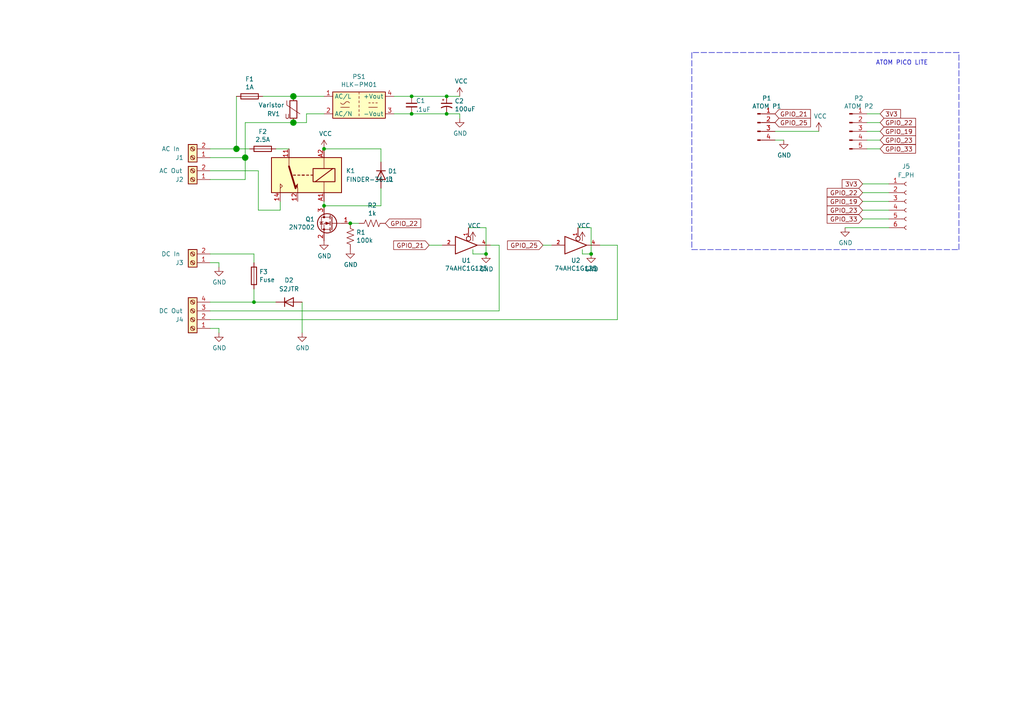
<source format=kicad_sch>
(kicad_sch (version 20210621) (generator eeschema)
  (paper "A4")
  (lib_symbols
    (symbol "74xGxx:74AHC1G125" (pin_names (offset 1.016))
      (property "Reference" "U" (at -2.54 3.81 0))
      (property "Value" "74AHC1G125" (at 0 -3.81 0))
      (symbol "74AHC1G125_0_1"
        (polyline (pts (xy -3.81 2.54) (xy -3.81 -2.54) (xy 2.54 0) (xy -3.81 2.54)) (stroke (width 0.254)))
      )
      (symbol "74AHC1G125_1_1"
        (pin input inverted (at 0 5.08 270) (length 3.81) (name "~") (number "1"))
        (pin input line (at -7.62 0 0) (length 3.81) (name "~") (number "2"))
        (pin power_in line (at 1.27 -1.27 270) (length 0) hide (name "GND") (number "3"))
        (pin tri_state line (at 6.35 0 180) (length 3.81) (name "~") (number "4"))
        (pin power_in line (at 1.27 1.27 90) (length 0) hide (name "VCC") (number "5"))
      )
    )
    (symbol "Connector:Conn_01x04_Male" (pin_names (offset 1.016) hide)
      (property "Reference" "J" (at 0 5.08 0))
      (property "Value" "Conn_01x04_Male" (at 0 -7.62 0))
      (symbol "Conn_01x04_Male_1_1"
        (rectangle (start 0.8636 -4.953) (end 0 -5.207) (stroke (width 0.1524)) (fill (type outline)))
        (rectangle (start 0.8636 -2.413) (end 0 -2.667) (stroke (width 0.1524)) (fill (type outline)))
        (rectangle (start 0.8636 0.127) (end 0 -0.127) (stroke (width 0.1524)) (fill (type outline)))
        (rectangle (start 0.8636 2.667) (end 0 2.413) (stroke (width 0.1524)) (fill (type outline)))
        (polyline (pts (xy 1.27 -5.08) (xy 0.8636 -5.08)) (stroke (width 0.1524)))
        (polyline (pts (xy 1.27 -2.54) (xy 0.8636 -2.54)) (stroke (width 0.1524)))
        (polyline (pts (xy 1.27 0) (xy 0.8636 0)) (stroke (width 0.1524)))
        (polyline (pts (xy 1.27 2.54) (xy 0.8636 2.54)) (stroke (width 0.1524)))
        (pin passive line (at 5.08 2.54 180) (length 3.81) (name "Pin_1") (number "1"))
        (pin passive line (at 5.08 0 180) (length 3.81) (name "Pin_2") (number "2"))
        (pin passive line (at 5.08 -2.54 180) (length 3.81) (name "Pin_3") (number "3"))
        (pin passive line (at 5.08 -5.08 180) (length 3.81) (name "Pin_4") (number "4"))
      )
    )
    (symbol "Connector:Conn_01x05_Male" (pin_names (offset 1.016) hide)
      (property "Reference" "J" (at 0 7.62 0))
      (property "Value" "Conn_01x05_Male" (at 0 -7.62 0))
      (symbol "Conn_01x05_Male_1_1"
        (rectangle (start 0.8636 -4.953) (end 0 -5.207) (stroke (width 0.1524)) (fill (type outline)))
        (rectangle (start 0.8636 -2.413) (end 0 -2.667) (stroke (width 0.1524)) (fill (type outline)))
        (rectangle (start 0.8636 0.127) (end 0 -0.127) (stroke (width 0.1524)) (fill (type outline)))
        (rectangle (start 0.8636 2.667) (end 0 2.413) (stroke (width 0.1524)) (fill (type outline)))
        (rectangle (start 0.8636 5.207) (end 0 4.953) (stroke (width 0.1524)) (fill (type outline)))
        (polyline (pts (xy 1.27 -5.08) (xy 0.8636 -5.08)) (stroke (width 0.1524)))
        (polyline (pts (xy 1.27 -2.54) (xy 0.8636 -2.54)) (stroke (width 0.1524)))
        (polyline (pts (xy 1.27 0) (xy 0.8636 0)) (stroke (width 0.1524)))
        (polyline (pts (xy 1.27 2.54) (xy 0.8636 2.54)) (stroke (width 0.1524)))
        (polyline (pts (xy 1.27 5.08) (xy 0.8636 5.08)) (stroke (width 0.1524)))
        (pin passive line (at 5.08 5.08 180) (length 3.81) (name "Pin_1") (number "1"))
        (pin passive line (at 5.08 2.54 180) (length 3.81) (name "Pin_2") (number "2"))
        (pin passive line (at 5.08 0 180) (length 3.81) (name "Pin_3") (number "3"))
        (pin passive line (at 5.08 -2.54 180) (length 3.81) (name "Pin_4") (number "4"))
        (pin passive line (at 5.08 -5.08 180) (length 3.81) (name "Pin_5") (number "5"))
      )
    )
    (symbol "Connector:Conn_01x06_Female" (pin_names (offset 1.016) hide)
      (property "Reference" "J" (at 0 7.62 0))
      (property "Value" "Conn_01x06_Female" (at 0 -10.16 0))
      (symbol "Conn_01x06_Female_1_1"
        (arc (start 0 -7.112) (end 0 -8.128) (radius (at 0 -7.62) (length 0.508) (angles 90.1 -90.1)) (stroke (width 0.1524)))
        (arc (start 0 -4.572) (end 0 -5.588) (radius (at 0 -5.08) (length 0.508) (angles 90.1 -90.1)) (stroke (width 0.1524)))
        (arc (start 0 -2.032) (end 0 -3.048) (radius (at 0 -2.54) (length 0.508) (angles 90.1 -90.1)) (stroke (width 0.1524)))
        (arc (start 0 0.508) (end 0 -0.508) (radius (at 0 0) (length 0.508) (angles 90.1 -90.1)) (stroke (width 0.1524)))
        (arc (start 0 3.048) (end 0 2.032) (radius (at 0 2.54) (length 0.508) (angles 90.1 -90.1)) (stroke (width 0.1524)))
        (arc (start 0 5.588) (end 0 4.572) (radius (at 0 5.08) (length 0.508) (angles 90.1 -90.1)) (stroke (width 0.1524)))
        (polyline (pts (xy -1.27 -7.62) (xy -0.508 -7.62)) (stroke (width 0.1524)))
        (polyline (pts (xy -1.27 -5.08) (xy -0.508 -5.08)) (stroke (width 0.1524)))
        (polyline (pts (xy -1.27 -2.54) (xy -0.508 -2.54)) (stroke (width 0.1524)))
        (polyline (pts (xy -1.27 0) (xy -0.508 0)) (stroke (width 0.1524)))
        (polyline (pts (xy -1.27 2.54) (xy -0.508 2.54)) (stroke (width 0.1524)))
        (polyline (pts (xy -1.27 5.08) (xy -0.508 5.08)) (stroke (width 0.1524)))
        (pin passive line (at -5.08 5.08 0) (length 3.81) (name "Pin_1") (number "1"))
        (pin passive line (at -5.08 2.54 0) (length 3.81) (name "Pin_2") (number "2"))
        (pin passive line (at -5.08 0 0) (length 3.81) (name "Pin_3") (number "3"))
        (pin passive line (at -5.08 -2.54 0) (length 3.81) (name "Pin_4") (number "4"))
        (pin passive line (at -5.08 -5.08 0) (length 3.81) (name "Pin_5") (number "5"))
        (pin passive line (at -5.08 -7.62 0) (length 3.81) (name "Pin_6") (number "6"))
      )
    )
    (symbol "Connector:Screw_Terminal_01x02" (pin_names (offset 1.016) hide)
      (property "Reference" "J" (at 0 2.54 0))
      (property "Value" "Screw_Terminal_01x02" (at 0 -5.08 0))
      (symbol "Screw_Terminal_01x02_1_1"
        (circle (center 0 -2.54) (radius 0.635) (stroke (width 0.1524)))
        (circle (center 0 0) (radius 0.635) (stroke (width 0.1524)))
        (rectangle (start -1.27 1.27) (end 1.27 -3.81) (stroke (width 0.254)) (fill (type background)))
        (polyline (pts (xy -0.5334 -2.2098) (xy 0.3302 -3.048)) (stroke (width 0.1524)))
        (polyline (pts (xy -0.5334 0.3302) (xy 0.3302 -0.508)) (stroke (width 0.1524)))
        (polyline (pts (xy -0.3556 -2.032) (xy 0.508 -2.8702)) (stroke (width 0.1524)))
        (polyline (pts (xy -0.3556 0.508) (xy 0.508 -0.3302)) (stroke (width 0.1524)))
        (pin passive line (at -5.08 0 0) (length 3.81) (name "Pin_1") (number "1"))
        (pin passive line (at -5.08 -2.54 0) (length 3.81) (name "Pin_2") (number "2"))
      )
    )
    (symbol "Connector:Screw_Terminal_01x04" (pin_names (offset 1.016) hide)
      (property "Reference" "J" (at 0 5.08 0))
      (property "Value" "Screw_Terminal_01x04" (at 0 -7.62 0))
      (symbol "Screw_Terminal_01x04_1_1"
        (circle (center 0 -5.08) (radius 0.635) (stroke (width 0.1524)))
        (circle (center 0 -2.54) (radius 0.635) (stroke (width 0.1524)))
        (circle (center 0 0) (radius 0.635) (stroke (width 0.1524)))
        (circle (center 0 2.54) (radius 0.635) (stroke (width 0.1524)))
        (rectangle (start -1.27 3.81) (end 1.27 -6.35) (stroke (width 0.254)) (fill (type background)))
        (polyline (pts (xy -0.5334 -4.7498) (xy 0.3302 -5.588)) (stroke (width 0.1524)))
        (polyline (pts (xy -0.5334 -2.2098) (xy 0.3302 -3.048)) (stroke (width 0.1524)))
        (polyline (pts (xy -0.5334 0.3302) (xy 0.3302 -0.508)) (stroke (width 0.1524)))
        (polyline (pts (xy -0.5334 2.8702) (xy 0.3302 2.032)) (stroke (width 0.1524)))
        (polyline (pts (xy -0.3556 -4.572) (xy 0.508 -5.4102)) (stroke (width 0.1524)))
        (polyline (pts (xy -0.3556 -2.032) (xy 0.508 -2.8702)) (stroke (width 0.1524)))
        (polyline (pts (xy -0.3556 0.508) (xy 0.508 -0.3302)) (stroke (width 0.1524)))
        (polyline (pts (xy -0.3556 3.048) (xy 0.508 2.2098)) (stroke (width 0.1524)))
        (pin passive line (at -5.08 2.54 0) (length 3.81) (name "Pin_1") (number "1"))
        (pin passive line (at -5.08 0 0) (length 3.81) (name "Pin_2") (number "2"))
        (pin passive line (at -5.08 -2.54 0) (length 3.81) (name "Pin_3") (number "3"))
        (pin passive line (at -5.08 -5.08 0) (length 3.81) (name "Pin_4") (number "4"))
      )
    )
    (symbol "Device:C_Small" (pin_numbers hide) (pin_names (offset 0.254) hide)
      (property "Reference" "C" (at 0.254 1.778 0))
      (property "Value" "C_Small" (at 0.254 -2.032 0))
      (symbol "C_Small_0_1"
        (polyline (pts (xy -1.524 -0.508) (xy 1.524 -0.508)) (stroke (width 0.3302)))
        (polyline (pts (xy -1.524 0.508) (xy 1.524 0.508)) (stroke (width 0.3048)))
      )
      (symbol "C_Small_1_1"
        (pin passive line (at 0 2.54 270) (length 2.032) (name "~") (number "1"))
        (pin passive line (at 0 -2.54 90) (length 2.032) (name "~") (number "2"))
      )
    )
    (symbol "Device:D" (pin_numbers hide) (pin_names (offset 1.016) hide)
      (property "Reference" "D" (at 0 2.54 0))
      (property "Value" "D" (at 0 -2.54 0))
      (symbol "D_0_1"
        (polyline (pts (xy -1.27 1.27) (xy -1.27 -1.27)) (stroke (width 0.254)))
        (polyline (pts (xy 1.27 0) (xy -1.27 0)))
        (polyline (pts (xy 1.27 1.27) (xy 1.27 -1.27) (xy -1.27 0) (xy 1.27 1.27)) (stroke (width 0.254)))
      )
      (symbol "D_1_1"
        (pin passive line (at -3.81 0 0) (length 2.54) (name "K") (number "1"))
        (pin passive line (at 3.81 0 180) (length 2.54) (name "A") (number "2"))
      )
    )
    (symbol "Device:Fuse" (pin_numbers hide) (pin_names (offset 0))
      (property "Reference" "F" (at 2.032 0 90))
      (property "Value" "Fuse" (at -1.905 0 90))
      (symbol "Fuse_0_1"
        (rectangle (start -0.762 -2.54) (end 0.762 2.54) (stroke (width 0.254)))
        (polyline (pts (xy 0 2.54) (xy 0 -2.54)))
      )
      (symbol "Fuse_1_1"
        (pin passive line (at 0 3.81 270) (length 1.27) (name "~") (number "1"))
        (pin passive line (at 0 -3.81 90) (length 1.27) (name "~") (number "2"))
      )
    )
    (symbol "Device:R_US" (pin_numbers hide) (pin_names (offset 0))
      (property "Reference" "R" (at 2.54 0 90))
      (property "Value" "R_US" (at -2.54 0 90))
      (symbol "R_US_0_1"
        (polyline (pts (xy 0 -2.286) (xy 0 -2.54)))
        (polyline (pts (xy 0 2.286) (xy 0 2.54)))
        (polyline (pts (xy 0 -0.762) (xy 1.016 -1.143) (xy 0 -1.524) (xy -1.016 -1.905) (xy 0 -2.286)))
        (polyline (pts (xy 0 0.762) (xy 1.016 0.381) (xy 0 0) (xy -1.016 -0.381) (xy 0 -0.762)))
        (polyline (pts (xy 0 2.286) (xy 1.016 1.905) (xy 0 1.524) (xy -1.016 1.143) (xy 0 0.762)))
      )
      (symbol "R_US_1_1"
        (pin passive line (at 0 3.81 270) (length 1.27) (name "~") (number "1"))
        (pin passive line (at 0 -3.81 90) (length 1.27) (name "~") (number "2"))
      )
    )
    (symbol "Device:Varistor" (pin_numbers hide) (pin_names (offset 0))
      (property "Reference" "RV" (at 3.175 0 90))
      (property "Value" "Varistor" (at -3.175 0 90))
      (symbol "Varistor_0_0"
        (text "U" (at -1.778 -2.032 0) (effects (font (size 1.27 1.27))))
      )
      (symbol "Varistor_0_1"
        (rectangle (start -1.016 -2.54) (end 1.016 2.54) (stroke (width 0.254)))
        (polyline (pts (xy -1.905 2.54) (xy -1.905 1.27) (xy 1.905 -1.27)))
      )
      (symbol "Varistor_1_1"
        (pin passive line (at 0 3.81 270) (length 1.27) (name "~") (number "1"))
        (pin passive line (at 0 -3.81 90) (length 1.27) (name "~") (number "2"))
      )
    )
    (symbol "Diode:S2JTR" (pin_numbers hide) (pin_names (offset 1.016) hide)
      (property "Reference" "D" (at 0 2.54 0))
      (property "Value" "S2JTR" (at 0 -2.54 0))
      (symbol "S2JTR_0_1"
        (polyline (pts (xy -1.27 1.27) (xy -1.27 -1.27)) (stroke (width 0.254)))
        (polyline (pts (xy 1.27 0) (xy -1.27 0)))
        (polyline (pts (xy 1.27 1.27) (xy 1.27 -1.27) (xy -1.27 0) (xy 1.27 1.27)) (stroke (width 0.254)))
      )
      (symbol "S2JTR_1_1"
        (pin passive line (at -3.81 0 0) (length 2.54) (name "K") (number "1"))
        (pin passive line (at 3.81 0 180) (length 2.54) (name "A") (number "2"))
      )
    )
    (symbol "LED_Pro-rescue:CP1_Small-Device" (pin_numbers hide) (pin_names (offset 0.254) hide)
      (property "Reference" "C" (at 0.254 1.778 0))
      (property "Value" "CP1_Small-Device" (at 0.254 -2.032 0))
      (symbol "CP1_Small-Device_0_1"
        (arc (start -1.524 -0.762) (end 1.524 -0.762) (radius (at 0 -3.556) (length 3.175) (angles 118.6 61.4)) (stroke (width 0.3048)))
        (polyline (pts (xy -1.524 0.508) (xy 1.524 0.508)) (stroke (width 0.3048)))
        (polyline (pts (xy -1.27 1.524) (xy -0.762 1.524)))
        (polyline (pts (xy -1.016 1.27) (xy -1.016 1.778)))
      )
      (symbol "CP1_Small-Device_1_1"
        (pin passive line (at 0 2.54 270) (length 2.032) (name "~") (number "1"))
        (pin passive line (at 0 -2.54 90) (length 2.032) (name "~") (number "2"))
      )
    )
    (symbol "LED_Pro-rescue:HLK-PM01-Converter_ACDC2"
      (property "Reference" "PS" (at 0 5.08 0))
      (property "Value" "HLK-PM01-Converter_ACDC2" (at 0 -5.08 0))
      (symbol "HLK-PM01-Converter_ACDC2_0_1"
        (arc (start -5.334 0.635) (end -4.064 0.635) (radius (at -4.699 0.9652) (length 0.7112) (angles -152.5 -27.5)))
        (arc (start -2.794 0.635) (end -4.064 0.635) (radius (at -3.429 0.2794) (length 0.7366) (angles 29.2 150.8)))
        (rectangle (start -7.62 3.81) (end 7.62 -3.81) (stroke (width 0.254)) (fill (type background)))
        (polyline (pts (xy -5.334 -0.635) (xy -2.794 -0.635)))
        (polyline (pts (xy 0 -2.54) (xy 0 -3.175)))
        (polyline (pts (xy 0 -1.27) (xy 0 -1.905)))
        (polyline (pts (xy 0 0) (xy 0 -0.635)))
        (polyline (pts (xy 0 1.27) (xy 0 0.635)))
        (polyline (pts (xy 0 2.54) (xy 0 1.905)))
        (polyline (pts (xy 0 3.81) (xy 0 3.175)))
        (polyline (pts (xy 2.794 -0.635) (xy 5.334 -0.635)))
        (polyline (pts (xy 2.794 0.635) (xy 3.302 0.635)))
        (polyline (pts (xy 3.81 0.635) (xy 4.318 0.635)))
        (polyline (pts (xy 4.826 0.635) (xy 5.334 0.635)))
      )
      (symbol "HLK-PM01-Converter_ACDC2_1_1"
        (pin power_in line (at -10.16 2.54 0) (length 2.54) (name "AC/L") (number "1"))
        (pin power_in line (at -10.16 -2.54 0) (length 2.54) (name "AC/N") (number "2"))
        (pin power_out line (at 10.16 -2.54 180) (length 2.54) (name "-Vout") (number "3"))
        (pin power_out line (at 10.16 2.54 180) (length 2.54) (name "+Vout") (number "4"))
      )
    )
    (symbol "Relay:FINDER-36.11"
      (property "Reference" "K" (at 11.43 3.81 0))
      (property "Value" "FINDER-36.11" (at 11.43 1.27 0))
      (symbol "FINDER-36.11_0_0"
        (polyline (pts (xy 2.54 3.81) (xy 2.54 5.08)))
        (polyline (pts (xy 7.62 3.81) (xy 7.62 5.08)))
        (polyline (pts (xy 7.62 3.81) (xy 7.62 2.54) (xy 6.985 3.175) (xy 7.62 3.81)))
      )
      (symbol "FINDER-36.11_0_1"
        (rectangle (start -8.255 1.905) (end -1.905 -1.905) (stroke (width 0.254)))
        (rectangle (start -10.16 5.08) (end 10.16 -5.08) (stroke (width 0.254)) (fill (type background)))
        (polyline (pts (xy -7.62 -1.905) (xy -2.54 1.905)) (stroke (width 0.254)))
        (polyline (pts (xy -5.08 -5.08) (xy -5.08 -1.905)))
        (polyline (pts (xy -5.08 5.08) (xy -5.08 1.905)))
        (polyline (pts (xy -1.905 0) (xy -1.27 0)) (stroke (width 0.254)))
        (polyline (pts (xy -0.635 0) (xy 0 0)) (stroke (width 0.254)))
        (polyline (pts (xy 0.635 0) (xy 1.27 0)) (stroke (width 0.254)))
        (polyline (pts (xy 0.635 0) (xy 1.27 0)) (stroke (width 0.254)))
        (polyline (pts (xy 1.905 0) (xy 2.54 0)) (stroke (width 0.254)))
        (polyline (pts (xy 3.175 0) (xy 3.81 0)) (stroke (width 0.254)))
        (polyline (pts (xy 5.08 -2.54) (xy 3.175 3.81)) (stroke (width 0.508)))
        (polyline (pts (xy 5.08 -2.54) (xy 5.08 -5.08)))
        (polyline (pts (xy 2.54 2.54) (xy 3.175 3.175) (xy 2.54 3.81)) (fill (type outline)))
      )
      (symbol "FINDER-36.11_1_1"
        (pin passive line (at 5.08 -7.62 90) (length 2.54) (name "~") (number "11"))
        (pin passive line (at 2.54 7.62 270) (length 2.54) (name "~") (number "12"))
        (pin passive line (at 7.62 7.62 270) (length 2.54) (name "~") (number "14"))
        (pin passive line (at -5.08 7.62 270) (length 2.54) (name "~") (number "A1"))
        (pin passive line (at -5.08 -7.62 90) (length 2.54) (name "~") (number "A2"))
      )
    )
    (symbol "Transistor_FET:2N7002" (pin_names hide)
      (property "Reference" "Q" (at 5.08 1.905 0))
      (property "Value" "2N7002" (at 5.08 0 0))
      (symbol "2N7002_0_1"
        (circle (center 1.651 0) (radius 2.794) (stroke (width 0.254)))
        (circle (center 2.54 -1.778) (radius 0.254) (fill (type outline)))
        (circle (center 2.54 1.778) (radius 0.254) (fill (type outline)))
        (polyline (pts (xy 0.254 0) (xy -2.54 0)))
        (polyline (pts (xy 0.254 1.905) (xy 0.254 -1.905)) (stroke (width 0.254)))
        (polyline (pts (xy 0.762 -1.27) (xy 0.762 -2.286)) (stroke (width 0.254)))
        (polyline (pts (xy 0.762 0.508) (xy 0.762 -0.508)) (stroke (width 0.254)))
        (polyline (pts (xy 0.762 2.286) (xy 0.762 1.27)) (stroke (width 0.254)))
        (polyline (pts (xy 2.54 2.54) (xy 2.54 1.778)))
        (polyline (pts (xy 2.54 -2.54) (xy 2.54 0) (xy 0.762 0)))
        (polyline (pts (xy 0.762 -1.778) (xy 3.302 -1.778) (xy 3.302 1.778) (xy 0.762 1.778)))
        (polyline (pts (xy 2.794 0.508) (xy 2.921 0.381) (xy 3.683 0.381) (xy 3.81 0.254)))
        (polyline (pts (xy 3.302 0.381) (xy 2.921 -0.254) (xy 3.683 -0.254) (xy 3.302 0.381)))
        (polyline (pts (xy 1.016 0) (xy 2.032 0.381) (xy 2.032 -0.381) (xy 1.016 0)) (fill (type outline)))
      )
      (symbol "2N7002_1_1"
        (pin input line (at -5.08 0 0) (length 2.54) (name "G") (number "1"))
        (pin passive line (at 2.54 -5.08 90) (length 2.54) (name "S") (number "2"))
        (pin passive line (at 2.54 5.08 270) (length 2.54) (name "D") (number "3"))
      )
    )
    (symbol "power:GND" (power) (pin_names (offset 0))
      (property "Value" "GND" (at 0 -3.81 0))
      (symbol "GND_0_1"
        (polyline (pts (xy 0 0) (xy 0 -1.27) (xy 1.27 -1.27) (xy 0 -2.54) (xy -1.27 -1.27) (xy 0 -1.27)))
      )
      (symbol "GND_1_1"
        (pin power_in line (at 0 0 270) (length 0) hide (name "GND") (number "1"))
      )
    )
    (symbol "power:VCC" (power) (pin_names (offset 0))
      (property "Value" "VCC" (at 0 3.81 0))
      (symbol "VCC_0_1"
        (polyline (pts (xy -0.762 1.27) (xy 0 2.54)))
        (polyline (pts (xy 0 0) (xy 0 2.54)))
        (polyline (pts (xy 0 2.54) (xy 0.762 1.27)))
      )
      (symbol "VCC_1_1"
        (pin power_in line (at 0 0 90) (length 0) hide (name "VCC") (number "1"))
      )
    )
  )
  (junction (at 68.58 43.18) (diameter 1.7))
  (junction (at 71.12 45.72) (diameter 1.7))
  (junction (at 73.66 87.63) (diameter 0.9144))
  (junction (at 85.09 27.94) (diameter 1.7))
  (junction (at 85.09 35.56) (diameter 1.7))
  (junction (at 93.98 43.18) (diameter 0.9144))
  (junction (at 93.98 59.69) (diameter 0.9144))
  (junction (at 101.6 64.77) (diameter 0.9144))
  (junction (at 119.38 27.94) (diameter 0.9144))
  (junction (at 119.38 33.02) (diameter 0.9144))
  (junction (at 129.54 27.94) (diameter 0.9144))
  (junction (at 129.54 33.02) (diameter 0.9144))
  (junction (at 140.97 73.66) (diameter 0.9144))
  (junction (at 171.45 73.66) (diameter 0.9144))
  (wire (pts (xy 60.96 43.18) (xy 68.58 43.18)))
  (wire (pts (xy 60.96 45.72) (xy 71.12 45.72)))
  (wire (pts (xy 60.96 73.66) (xy 73.66 73.66)))
  (wire (pts (xy 60.96 76.2) (xy 63.5 76.2)))
  (wire (pts (xy 60.96 90.17) (xy 144.78 90.17)))
  (wire (pts (xy 60.96 92.71) (xy 179.07 92.71)))
  (wire (pts (xy 60.96 95.25) (xy 63.5 95.25)))
  (wire (pts (xy 63.5 76.2) (xy 63.5 77.47)))
  (wire (pts (xy 63.5 95.25) (xy 63.5 96.52)))
  (wire (pts (xy 68.58 27.94) (xy 68.58 43.18)))
  (wire (pts (xy 68.58 43.18) (xy 72.39 43.18)))
  (wire (pts (xy 71.12 35.56) (xy 85.09 35.56)))
  (wire (pts (xy 71.12 45.72) (xy 71.12 35.56)))
  (wire (pts (xy 71.12 45.72) (xy 71.12 52.07)))
  (wire (pts (xy 71.12 52.07) (xy 60.96 52.07)))
  (wire (pts (xy 73.66 73.66) (xy 73.66 76.2)))
  (wire (pts (xy 73.66 83.82) (xy 73.66 87.63)))
  (wire (pts (xy 73.66 87.63) (xy 60.96 87.63)))
  (wire (pts (xy 73.66 87.63) (xy 80.01 87.63)))
  (wire (pts (xy 74.93 49.53) (xy 60.96 49.53)))
  (wire (pts (xy 74.93 49.53) (xy 74.93 60.96)))
  (wire (pts (xy 74.93 60.96) (xy 81.28 60.96)))
  (wire (pts (xy 76.2 27.94) (xy 85.09 27.94)))
  (wire (pts (xy 80.01 43.18) (xy 83.82 43.18)))
  (wire (pts (xy 81.28 58.42) (xy 81.28 60.96)))
  (wire (pts (xy 85.09 27.94) (xy 93.98 27.94)))
  (wire (pts (xy 85.09 35.56) (xy 88.9 35.56)))
  (wire (pts (xy 87.63 87.63) (xy 87.63 96.52)))
  (wire (pts (xy 88.9 33.02) (xy 93.98 33.02)))
  (wire (pts (xy 88.9 35.56) (xy 88.9 33.02)))
  (wire (pts (xy 93.98 43.18) (xy 110.49 43.18)))
  (wire (pts (xy 93.98 58.42) (xy 93.98 59.69)))
  (wire (pts (xy 101.6 64.77) (xy 104.14 64.77)))
  (wire (pts (xy 110.49 46.99) (xy 110.49 43.18)))
  (wire (pts (xy 110.49 54.61) (xy 110.49 59.69)))
  (wire (pts (xy 110.49 59.69) (xy 93.98 59.69)))
  (wire (pts (xy 114.3 27.94) (xy 119.38 27.94)))
  (wire (pts (xy 114.3 33.02) (xy 119.38 33.02)))
  (wire (pts (xy 119.38 27.94) (xy 129.54 27.94)))
  (wire (pts (xy 119.38 33.02) (xy 129.54 33.02)))
  (wire (pts (xy 124.46 71.12) (xy 128.27 71.12)))
  (wire (pts (xy 129.54 27.94) (xy 133.35 27.94)))
  (wire (pts (xy 129.54 33.02) (xy 133.35 33.02)))
  (wire (pts (xy 133.35 33.02) (xy 133.35 34.29)))
  (wire (pts (xy 135.89 66.04) (xy 140.97 66.04)))
  (wire (pts (xy 137.16 72.39) (xy 137.16 73.66)))
  (wire (pts (xy 137.16 73.66) (xy 140.97 73.66)))
  (wire (pts (xy 140.97 66.04) (xy 140.97 73.66)))
  (wire (pts (xy 142.24 71.12) (xy 144.78 71.12)))
  (wire (pts (xy 144.78 71.12) (xy 144.78 90.17)))
  (wire (pts (xy 157.48 71.12) (xy 160.02 71.12)))
  (wire (pts (xy 167.64 66.04) (xy 171.45 66.04)))
  (wire (pts (xy 168.91 72.39) (xy 168.91 73.66)))
  (wire (pts (xy 168.91 73.66) (xy 171.45 73.66)))
  (wire (pts (xy 171.45 66.04) (xy 171.45 73.66)))
  (wire (pts (xy 173.99 71.12) (xy 179.07 71.12)))
  (wire (pts (xy 179.07 71.12) (xy 179.07 92.71)))
  (wire (pts (xy 224.79 38.1) (xy 237.49 38.1)))
  (wire (pts (xy 224.79 40.64) (xy 227.33 40.64)))
  (wire (pts (xy 245.11 66.04) (xy 257.81 66.04)))
  (wire (pts (xy 250.19 53.34) (xy 257.81 53.34)))
  (wire (pts (xy 250.19 55.88) (xy 257.81 55.88)))
  (wire (pts (xy 250.19 58.42) (xy 257.81 58.42)))
  (wire (pts (xy 250.19 60.96) (xy 257.81 60.96)))
  (wire (pts (xy 250.19 63.5) (xy 257.81 63.5)))
  (wire (pts (xy 251.46 33.02) (xy 255.27 33.02)))
  (wire (pts (xy 251.46 35.56) (xy 255.27 35.56)))
  (wire (pts (xy 251.46 38.1) (xy 255.27 38.1)))
  (wire (pts (xy 251.46 40.64) (xy 255.27 40.64)))
  (wire (pts (xy 251.46 43.18) (xy 255.27 43.18)))
  (polyline (pts (xy 200.66 15.24) (xy 200.66 72.39)) (stroke (width 0) (type dash)))
  (polyline (pts (xy 200.66 72.39) (xy 278.13 72.39)) (stroke (width 0) (type dash)))
  (polyline (pts (xy 278.13 15.24) (xy 200.66 15.24)) (stroke (width 0) (type dash)))
  (polyline (pts (xy 278.13 72.39) (xy 278.13 15.24)) (stroke (width 0) (type dash)))
  (text "ATOM PICO LITE" (at 254 19.05 0) (effects (font (size 1.27 1.27)) (justify left bottom)))
  (global_label "GPIO_22" (shape input) (at 111.76 64.77 0) (property "Intersheet References" "${INTERSHEET_REFS}" (effects hide)))
  (global_label "GPIO_21" (shape input) (at 124.46 71.12 180) (property "Intersheet References" "${INTERSHEET_REFS}" (effects hide)))
  (global_label "GPIO_25" (shape input) (at 157.48 71.12 180) (property "Intersheet References" "${INTERSHEET_REFS}" (effects hide)))
  (global_label "GPIO_21" (shape input) (at 224.79 33.02 0) (property "Intersheet References" "${INTERSHEET_REFS}" (effects hide)))
  (global_label "GPIO_25" (shape input) (at 224.79 35.56 0) (property "Intersheet References" "${INTERSHEET_REFS}" (effects hide)))
  (global_label "3V3" (shape input) (at 250.19 53.34 180) (property "Intersheet References" "${INTERSHEET_REFS}" (effects hide)))
  (global_label "GPIO_22" (shape input) (at 250.19 55.88 180) (property "Intersheet References" "${INTERSHEET_REFS}" (effects hide)))
  (global_label "GPIO_19" (shape input) (at 250.19 58.42 180) (property "Intersheet References" "${INTERSHEET_REFS}" (effects hide)))
  (global_label "GPIO_23" (shape input) (at 250.19 60.96 180) (property "Intersheet References" "${INTERSHEET_REFS}" (effects hide)))
  (global_label "GPIO_33" (shape input) (at 250.19 63.5 180) (property "Intersheet References" "${INTERSHEET_REFS}" (effects hide)))
  (global_label "3V3" (shape input) (at 255.27 33.02 0) (property "Intersheet References" "${INTERSHEET_REFS}" (effects hide)))
  (global_label "GPIO_22" (shape input) (at 255.27 35.56 0) (property "Intersheet References" "${INTERSHEET_REFS}" (effects hide)))
  (global_label "GPIO_19" (shape input) (at 255.27 38.1 0) (property "Intersheet References" "${INTERSHEET_REFS}" (effects hide)))
  (global_label "GPIO_23" (shape input) (at 255.27 40.64 0) (property "Intersheet References" "${INTERSHEET_REFS}" (effects hide)))
  (global_label "GPIO_33" (shape input) (at 255.27 43.18 0) (property "Intersheet References" "${INTERSHEET_REFS}" (effects hide)))
  (symbol (lib_id "power:VCC") (at 93.98 43.18 0) (unit 1)
    (property "Reference" "#PWR0104" (effects hide))
    (property "Value" "VCC" (at 94.4118 38.7858 0))
  )
  (symbol (lib_id "power:VCC") (at 133.35 27.94 0) (unit 1)
    (property "Reference" "#PWR0105" (effects hide))
    (property "Value" "VCC" (at 133.7818 23.5458 0))
  )
  (symbol (lib_id "power:VCC") (at 137.16 69.85 0) (unit 1)
    (property "Reference" "#PWR0109" (effects hide))
    (property "Value" "VCC" (at 137.5918 65.4558 0))
  )
  (symbol (lib_id "power:VCC") (at 168.91 69.85 0) (unit 1)
    (property "Reference" "#PWR0108" (effects hide))
    (property "Value" "VCC" (at 169.3418 65.4558 0))
  )
  (symbol (lib_id "power:VCC") (at 237.49 38.1 0) (unit 1)
    (property "Reference" "#PWR0110" (effects hide))
    (property "Value" "VCC" (at 237.9218 33.7058 0))
  )
  (symbol (lib_id "power:GND") (at 63.5 77.47 0) (unit 1)
    (property "Reference" "#PWR0102" (effects hide))
    (property "Value" "GND" (at 63.627 81.8642 0))
  )
  (symbol (lib_id "power:GND") (at 63.5 96.52 0) (unit 1)
    (property "Reference" "#PWR0103" (effects hide))
    (property "Value" "GND" (at 63.627 100.9142 0))
  )
  (symbol (lib_id "power:GND") (at 87.63 96.52 0) (unit 1)
    (property "Reference" "#PWR0115" (effects hide))
    (property "Value" "GND" (at 87.757 100.9142 0))
  )
  (symbol (lib_id "power:GND") (at 93.98 69.85 0) (unit 1)
    (property "Reference" "#PWR0112" (effects hide))
    (property "Value" "GND" (at 94.107 74.2442 0))
  )
  (symbol (lib_id "power:GND") (at 101.6 72.39 0) (unit 1)
    (property "Reference" "#PWR0113" (effects hide))
    (property "Value" "GND" (at 101.727 76.7842 0))
  )
  (symbol (lib_id "power:GND") (at 133.35 34.29 0) (unit 1)
    (property "Reference" "#PWR0101" (effects hide))
    (property "Value" "GND" (at 133.477 38.6842 0))
  )
  (symbol (lib_id "power:GND") (at 140.97 73.66 0) (unit 1)
    (property "Reference" "#PWR0106" (effects hide))
    (property "Value" "GND" (at 141.097 78.0542 0))
  )
  (symbol (lib_id "power:GND") (at 171.45 73.66 0) (unit 1)
    (property "Reference" "#PWR0107" (effects hide))
    (property "Value" "GND" (at 171.577 78.0542 0))
  )
  (symbol (lib_id "power:GND") (at 227.33 40.64 0) (unit 1)
    (property "Reference" "#PWR0111" (effects hide))
    (property "Value" "GND" (at 227.457 45.0342 0))
  )
  (symbol (lib_id "power:GND") (at 245.11 66.04 0) (unit 1)
    (property "Reference" "#PWR0114" (effects hide))
    (property "Value" "GND" (at 245.237 70.4342 0))
  )
  (symbol (lib_id "Device:Fuse") (at 72.39 27.94 270) (unit 1)
    (property "Reference" "F1" (at 72.39 22.9362 90))
    (property "Value" "1A" (at 72.39 25.2476 90))
    (property "Footprint" "Fuses:RST 1-BULK" (effects hide))
  )
  (symbol (lib_id "Device:Fuse") (at 73.66 80.01 180) (unit 1)
    (property "Reference" "F3" (at 75.184 78.8416 0) (effects (justify right)))
    (property "Value" "Fuse" (at 75.184 81.153 0) (effects (justify right)))
    (property "Footprint" "Fuse:Fuseholder_Blade_Mini_Keystone_3568" (effects hide))
  )
  (symbol (lib_id "Device:Fuse") (at 76.2 43.18 270) (unit 1)
    (property "Reference" "F2" (at 76.2 38.1762 90))
    (property "Value" "2.5A" (at 76.2 40.4876 90))
    (property "Footprint" "Fuses:RST 1-BULK" (effects hide))
  )
  (symbol (lib_id "Device:R_US") (at 101.6 68.58 0) (unit 1)
    (property "Reference" "R1" (at 103.3272 67.4116 0) (effects (justify left)))
    (property "Value" "100k" (at 103.3272 69.723 0) (effects (justify left)))
    (property "Footprint" "Resistor_SMD:R_0805_2012Metric" (effects hide))
  )
  (symbol (lib_id "Device:R_US") (at 107.95 64.77 270) (unit 1)
    (property "Reference" "R2" (at 107.95 59.563 90))
    (property "Value" "1k" (at 107.95 61.8744 90))
    (property "Footprint" "Resistor_SMD:R_0805_2012Metric" (effects hide))
  )
  (symbol (lib_id "LED_Pro-rescue:CP1_Small-Device") (at 129.54 30.48 0) (unit 1)
    (property "Reference" "C2" (at 131.8514 29.3116 0) (effects (justify left)))
    (property "Value" "100uF" (at 131.8514 31.623 0) (effects (justify left)))
    (property "Footprint" "Capacitor_SMD:C_1206_3216Metric" (effects hide))
  )
  (symbol (lib_id "Device:C_Small") (at 119.38 30.48 0) (unit 1)
    (property "Reference" "C1" (at 120.65 29.21 0) (effects (justify left)))
    (property "Value" ".1uF" (at 120.65 31.75 0) (effects (justify left)))
    (property "Footprint" "Capacitor_SMD:C_0805_2012Metric" (effects hide))
  )
  (symbol (lib_id "Diode:S2JTR") (at 83.82 87.63 0) (unit 1)
    (property "Reference" "D2" (at 83.82 81.28 0))
    (property "Value" "S2JTR" (at 83.82 83.82 0))
    (property "Footprint" "Diode_SMD:D_SMB" (effects hide))
    (property "Datasheet" "http://www.smc-diodes.com/propdf/S2A-S2M%20N0562%20REV.A.pdf" (effects hide))
  )
  (symbol (lib_id "Device:D") (at 110.49 50.8 270) (unit 1)
    (property "Reference" "D1" (at 112.4966 49.6316 90) (effects (justify left)))
    (property "Value" "D" (at 112.4966 51.943 90) (effects (justify left)))
    (property "Footprint" "Diode_SMD:D_0805_2012Metric" (effects hide))
  )
  (symbol (lib_id "Connector:Screw_Terminal_01x02") (at 55.88 45.72 180) (unit 1)
    (property "Reference" "J1" (at 52.07 45.72 0))
    (property "Value" "AC In" (at 49.53 43.18 0))
    (property "Footprint" "TerminalBlock_Phoenix:TerminalBlock_Phoenix_PT-1,5-2-5.0-H_1x02_P5.00mm_Horizontal" (effects hide))
  )
  (symbol (lib_id "Connector:Screw_Terminal_01x02") (at 55.88 52.07 180) (unit 1)
    (property "Reference" "J2" (at 52.07 52.07 0))
    (property "Value" "AC Out" (at 49.53 49.53 0))
    (property "Footprint" "TerminalBlock_Phoenix:TerminalBlock_Phoenix_PT-1,5-2-5.0-H_1x02_P5.00mm_Horizontal" (effects hide))
  )
  (symbol (lib_id "Connector:Screw_Terminal_01x02") (at 55.88 76.2 180) (unit 1)
    (property "Reference" "J3" (at 52.07 76.2 0))
    (property "Value" "DC In" (at 49.53 73.66 0))
    (property "Footprint" "TerminalBlock_Phoenix:TerminalBlock_Phoenix_PT-1,5-2-5.0-H_1x02_P5.00mm_Horizontal" (effects hide))
  )
  (symbol (lib_id "Device:Varistor") (at 85.09 31.75 0) (unit 1)
    (property "Reference" "RV1" (at 77.47 33.02 0) (effects (justify left)))
    (property "Value" "Varistor" (at 74.93 30.48 0) (effects (justify left)))
    (property "Footprint" "Varistor:RV_Disc_D9mm_W3.4mm_P5mm" (effects hide))
  )
  (symbol (lib_id "Connector:Conn_01x04_Male") (at 219.71 35.56 0) (unit 1)
    (property "Reference" "P1" (at 222.4024 28.4988 0))
    (property "Value" "ATOM P1" (at 222.4024 30.8102 0))
    (property "Footprint" "Connector_PinHeader_2.54mm:PinHeader_1x04_P2.54mm_Vertical" (effects hide))
  )
  (symbol (lib_id "Connector:Conn_01x05_Male") (at 246.38 38.1 0) (unit 1)
    (property "Reference" "P2" (at 249.0724 28.4988 0))
    (property "Value" "ATOM P2" (at 249.0724 30.8102 0))
    (property "Footprint" "Connector_PinHeader_2.54mm:PinHeader_1x05_P2.54mm_Vertical" (effects hide))
  )
  (symbol (lib_id "Connector:Screw_Terminal_01x04") (at 55.88 92.71 180) (unit 1)
    (property "Reference" "J4" (at 52.07 92.71 0))
    (property "Value" "DC Out" (at 49.53 90.17 0))
    (property "Footprint" "TerminalBlock_Phoenix:TerminalBlock_Phoenix_PT-1,5-4-5.0-H_1x04_P5.00mm_Horizontal" (effects hide))
  )
  (symbol (lib_id "Connector:Conn_01x06_Female") (at 262.89 58.42 0) (unit 1)
    (property "Reference" "J5" (at 261.62 48.26 0) (effects (justify left)))
    (property "Value" "F_PH" (at 260.35 50.8 0) (effects (justify left)))
    (property "Footprint" "Connector_PinSocket_2.54mm:PinSocket_1x06_P2.54mm_Vertical" (effects hide))
  )
  (symbol (lib_id "Transistor_FET:2N7002") (at 96.52 64.77 0) (mirror y) (unit 1)
    (property "Reference" "Q1" (at 91.313 63.6016 0) (effects (justify left)))
    (property "Value" "2N7002" (at 91.313 65.913 0) (effects (justify left)))
    (property "Footprint" "Package_TO_SOT_SMD:SOT-23" (effects hide))
    (property "Datasheet" "https://www.fairchildsemi.com/datasheets/2N/2N7002.pdf" (effects hide))
  )
  (symbol (lib_id "74xGxx:74AHC1G125") (at 135.89 71.12 0) (unit 1)
    (property "Reference" "U1" (at 135.255 75.5396 0))
    (property "Value" "74AHC1G125" (at 135.255 77.851 0))
    (property "Footprint" "Package_TO_SOT_SMD:SOT-23-5" (effects hide))
    (property "Datasheet" "http://www.ti.com/lit/sg/scyt129e/scyt129e.pdf" (effects hide))
  )
  (symbol (lib_id "74xGxx:74AHC1G125") (at 167.64 71.12 0) (unit 1)
    (property "Reference" "U2" (at 167.005 75.5396 0))
    (property "Value" "74AHC1G125" (at 167.005 77.851 0))
    (property "Footprint" "Package_TO_SOT_SMD:SOT-23-5" (effects hide))
    (property "Datasheet" "http://www.ti.com/lit/sg/scyt129e/scyt129e.pdf" (effects hide))
  )
  (symbol (lib_id "LED_Pro-rescue:HLK-PM01-Converter_ACDC2") (at 104.14 30.48 0) (unit 1)
    (property "Reference" "PS1" (at 104.14 22.225 0))
    (property "Value" "HLK-PM01" (at 104.14 24.5364 0))
    (property "Footprint" "AC_DC:Converter_ACDC_HiLink_HLK-PMxx" (effects hide))
    (property "Datasheet" "http://www.hlktech.net/product_detail.php?ProId=54" (effects hide))
  )
  (symbol (lib_id "Relay:FINDER-36.11") (at 88.9 50.8 180) (unit 1)
    (property "Reference" "K1" (at 100.33 49.5299 0) (effects (justify right)))
    (property "Value" "FINDER-36.11" (at 100.33 52.0699 0) (effects (justify right)))
    (property "Footprint" "Relay_THT:Relay_SPDT_Finder_36.11" (effects hide))
    (property "Datasheet" "https://gfinder.findernet.com/public/attachments/36/EN/S36EN.pdf" (effects hide))
  )
)
</source>
